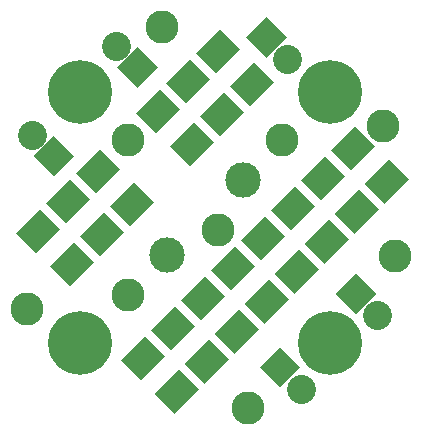
<source format=gbs>
%TF.GenerationSoftware,KiCad,Pcbnew,4.1.0-alpha+201609021633+7109~49~ubuntu16.04.1-product*%
%TF.CreationDate,2016-09-14T14:39:46+05:30*%
%TF.ProjectId,OTS2_encC,4F5453325F656E63432E6B696361645F,rev?*%
%TF.FileFunction,Soldermask,Bot*%
%FSLAX46Y46*%
G04 Gerber Fmt 4.6, Leading zero omitted, Abs format (unit mm)*
G04 Created by KiCad (PCBNEW 4.1.0-alpha+201609021633+7109~49~ubuntu16.04.1-product) date Wed Sep 14 14:39:46 2016*
%MOMM*%
%LPD*%
G01*
G04 APERTURE LIST*
%ADD10C,0.101600*%
%ADD11C,2.432000*%
%ADD12C,2.800000*%
%ADD13C,5.400000*%
%ADD14C,3.000000*%
G04 APERTURE END LIST*
D10*
G36*
X102756953Y-122587563D02*
X104807563Y-120536953D01*
X106504619Y-122234009D01*
X104454009Y-124284619D01*
X102756953Y-122587563D01*
X102756953Y-122587563D01*
G37*
G36*
X105585381Y-125415991D02*
X107635991Y-123365381D01*
X109333047Y-125062437D01*
X107282437Y-127113047D01*
X105585381Y-125415991D01*
X105585381Y-125415991D01*
G37*
G36*
X97676953Y-127667563D02*
X99727563Y-125616953D01*
X101424619Y-127314009D01*
X99374009Y-129364619D01*
X97676953Y-127667563D01*
X97676953Y-127667563D01*
G37*
G36*
X100505381Y-130495991D02*
X102555991Y-128445381D01*
X104253047Y-130142437D01*
X102202437Y-132193047D01*
X100505381Y-130495991D01*
X100505381Y-130495991D01*
G37*
G36*
X106793047Y-127602437D02*
X104742437Y-129653047D01*
X103045381Y-127955991D01*
X105095991Y-125905381D01*
X106793047Y-127602437D01*
X106793047Y-127602437D01*
G37*
G36*
X103964619Y-124774009D02*
X101914009Y-126824619D01*
X100216953Y-125127563D01*
X102267563Y-123076953D01*
X103964619Y-124774009D01*
X103964619Y-124774009D01*
G37*
G36*
X101713047Y-132682437D02*
X99662437Y-134733047D01*
X97965381Y-133035991D01*
X100015991Y-130985381D01*
X101713047Y-132682437D01*
X101713047Y-132682437D01*
G37*
G36*
X98884619Y-129854009D02*
X96834009Y-131904619D01*
X95136953Y-130207563D01*
X97187563Y-128156953D01*
X98884619Y-129854009D01*
X98884619Y-129854009D01*
G37*
G36*
X92596953Y-132747563D02*
X94647563Y-130696953D01*
X96344619Y-132394009D01*
X94294009Y-134444619D01*
X92596953Y-132747563D01*
X92596953Y-132747563D01*
G37*
G36*
X95425381Y-135575991D02*
X97475991Y-133525381D01*
X99173047Y-135222437D01*
X97122437Y-137273047D01*
X95425381Y-135575991D01*
X95425381Y-135575991D01*
G37*
G36*
X96633047Y-137762437D02*
X94582437Y-139813047D01*
X92885381Y-138115991D01*
X94935991Y-136065381D01*
X96633047Y-137762437D01*
X96633047Y-137762437D01*
G37*
G36*
X93804619Y-134934009D02*
X91754009Y-136984619D01*
X90056953Y-135287563D01*
X92107563Y-133236953D01*
X93804619Y-134934009D01*
X93804619Y-134934009D01*
G37*
G36*
X94093047Y-140302437D02*
X92042437Y-142353047D01*
X90345381Y-140655991D01*
X92395991Y-138605381D01*
X94093047Y-140302437D01*
X94093047Y-140302437D01*
G37*
G36*
X91264619Y-137474009D02*
X89214009Y-139524619D01*
X87516953Y-137827563D01*
X89567563Y-135776953D01*
X91264619Y-137474009D01*
X91264619Y-137474009D01*
G37*
G36*
X87743047Y-126967437D02*
X85692437Y-129018047D01*
X83995381Y-127320991D01*
X86045991Y-125270381D01*
X87743047Y-126967437D01*
X87743047Y-126967437D01*
G37*
G36*
X84914619Y-124139009D02*
X82864009Y-126189619D01*
X81166953Y-124492563D01*
X83217563Y-122441953D01*
X84914619Y-124139009D01*
X84914619Y-124139009D01*
G37*
G36*
X76086953Y-129572563D02*
X78137563Y-127521953D01*
X79834619Y-129219009D01*
X77784009Y-131269619D01*
X76086953Y-129572563D01*
X76086953Y-129572563D01*
G37*
G36*
X78915381Y-132400991D02*
X80965991Y-130350381D01*
X82663047Y-132047437D01*
X80612437Y-134098047D01*
X78915381Y-132400991D01*
X78915381Y-132400991D01*
G37*
G36*
X84976953Y-140367563D02*
X87027563Y-138316953D01*
X88724619Y-140014009D01*
X86674009Y-142064619D01*
X84976953Y-140367563D01*
X84976953Y-140367563D01*
G37*
G36*
X87805381Y-143195991D02*
X89855991Y-141145381D01*
X91553047Y-142842437D01*
X89502437Y-144893047D01*
X87805381Y-143195991D01*
X87805381Y-143195991D01*
G37*
G36*
X85203047Y-129507437D02*
X83152437Y-131558047D01*
X81455381Y-129860991D01*
X83505991Y-127810381D01*
X85203047Y-129507437D01*
X85203047Y-129507437D01*
G37*
G36*
X82374619Y-126679009D02*
X80324009Y-128729619D01*
X78626953Y-127032563D01*
X80677563Y-124981953D01*
X82374619Y-126679009D01*
X82374619Y-126679009D01*
G37*
G36*
X95363047Y-119347437D02*
X93312437Y-121398047D01*
X91615381Y-119700991D01*
X93665991Y-117650381D01*
X95363047Y-119347437D01*
X95363047Y-119347437D01*
G37*
G36*
X92534619Y-116519009D02*
X90484009Y-118569619D01*
X88786953Y-116872563D01*
X90837563Y-114821953D01*
X92534619Y-116519009D01*
X92534619Y-116519009D01*
G37*
G36*
X91326953Y-114332563D02*
X93377563Y-112281953D01*
X95074619Y-113979009D01*
X93024009Y-116029619D01*
X91326953Y-114332563D01*
X91326953Y-114332563D01*
G37*
G36*
X94155381Y-117160991D02*
X96205991Y-115110381D01*
X97903047Y-116807437D01*
X95852437Y-118858047D01*
X94155381Y-117160991D01*
X94155381Y-117160991D01*
G37*
G36*
X86246953Y-119412563D02*
X88297563Y-117361953D01*
X89994619Y-119059009D01*
X87944009Y-121109619D01*
X86246953Y-119412563D01*
X86246953Y-119412563D01*
G37*
G36*
X89075381Y-122240991D02*
X91125991Y-120190381D01*
X92823047Y-121887437D01*
X90772437Y-123938047D01*
X89075381Y-122240991D01*
X89075381Y-122240991D01*
G37*
G36*
X79266040Y-121361378D02*
X80985724Y-123081062D01*
X79266040Y-124800746D01*
X77546356Y-123081062D01*
X79266040Y-121361378D01*
X79266040Y-121361378D01*
G37*
D11*
X77469989Y-121285011D02*
X77469989Y-121285011D01*
D12*
X93185158Y-129380158D03*
D13*
X81468398Y-117663398D03*
D12*
X85527191Y-134817809D03*
D13*
X102681602Y-138876602D03*
D12*
X98622809Y-121722191D03*
D13*
X81468398Y-138876602D03*
X102681602Y-117663398D03*
D14*
X88893019Y-131451981D03*
X95256981Y-125088019D03*
D12*
X76971199Y-136019890D03*
X85527191Y-121722191D03*
X88468755Y-112119681D03*
X95681245Y-144420319D03*
X108154608Y-131522691D03*
X107178801Y-120520110D03*
D10*
G36*
X98425000Y-142689684D02*
X96705316Y-140970000D01*
X98425000Y-139250316D01*
X100144684Y-140970000D01*
X98425000Y-142689684D01*
X98425000Y-142689684D01*
G37*
D11*
X100221051Y-142766051D02*
X100221051Y-142766051D01*
D10*
G36*
X86360000Y-113850316D02*
X88079684Y-115570000D01*
X86360000Y-117289684D01*
X84640316Y-115570000D01*
X86360000Y-113850316D01*
X86360000Y-113850316D01*
G37*
D11*
X84563949Y-113773949D02*
X84563949Y-113773949D01*
D10*
G36*
X104883949Y-136448633D02*
X103164265Y-134728949D01*
X104883949Y-133009265D01*
X106603633Y-134728949D01*
X104883949Y-136448633D01*
X104883949Y-136448633D01*
G37*
D11*
X106680000Y-136525000D02*
X106680000Y-136525000D01*
D10*
G36*
X97263949Y-114749684D02*
X95544265Y-113030000D01*
X97263949Y-111310316D01*
X98983633Y-113030000D01*
X97263949Y-114749684D01*
X97263949Y-114749684D01*
G37*
D11*
X99060000Y-114826051D02*
X99060000Y-114826051D01*
M02*

</source>
